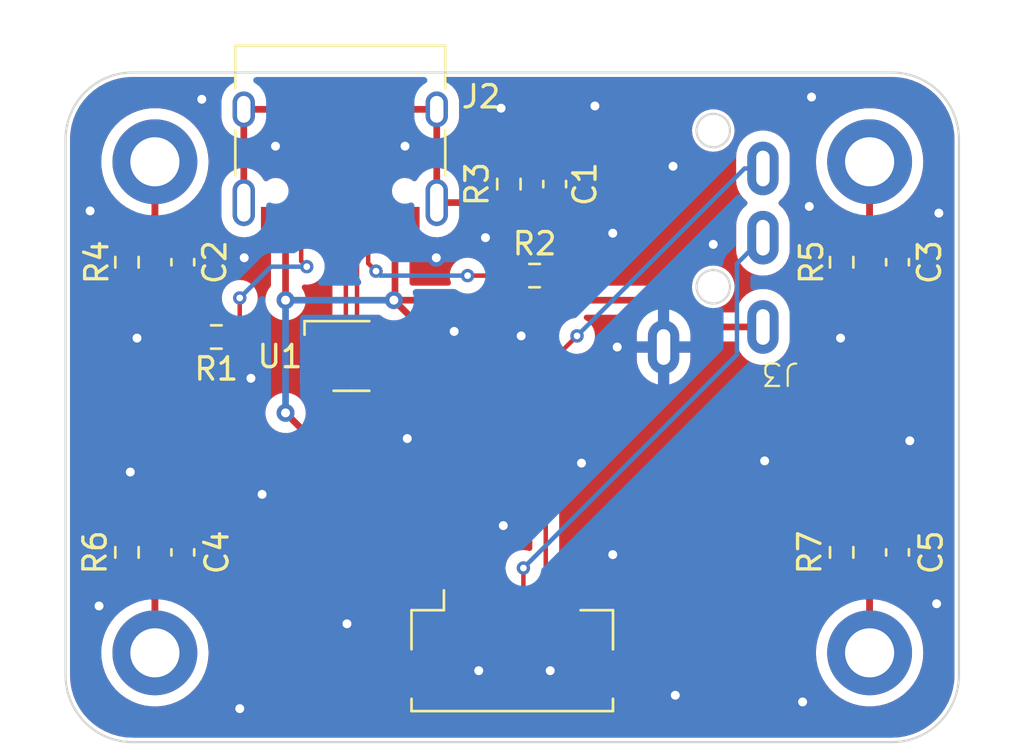
<source format=kicad_pcb>
(kicad_pcb (version 20221018) (generator pcbnew)
  (layers (0 "F.Cu" signal) (31 "B.Cu" signal) (34 "B.Paste" user) (35 "F.Paste" user) (36 "B.SilkS" user "B.Silkscreen") (37 "F.SilkS" user "F.Silkscreen") (38 "B.Mask" user) (39 "F.Mask" user) (44 "Edge.Cuts" user))
  (net 0 "")
  (net 1 "+5V")
  (net 2 "/USB_D-")
  (net 3 "/USB_D+")
  (net 4 "/SPLIT_TX")
  (net 5 "/SPLIT_RX")
  (net 6 "GND")
  (net 7 "Net-(J2-CC1)")
  (net 9 "Net-(J2-CC2)")
  (net 13 "Net-(J2-SHIELD)")
  (net 14 "Net-(C2-Pad1)")
  (net 15 "Net-(C3-Pad1)")
  (net 16 "Net-(C4-Pad1)")
  (net 17 "Net-(C5-Pad1)")
  (footprint "MountingHole:MountingHole_2.2mm_M2_DIN965_Pad_TopBottom" (layer "F.Cu") (at 104 86)
    (fp_text reference "H3" hide)
    (fp_text value "MountingHole_Pad")
    (pad "1" thru_hole circle (at 0 0) (size 2.6 2.6) (drill 2.2) (layers "*.Cu" "*.Mask") (net 16 "Net-(C4-Pad1)"))
    (pad "1" connect circle (at 0 0) (size 3.8 3.8) (layers "F.Cu" "F.Mask") (net 16 "Net-(C4-Pad1)"))
    (pad "1" connect circle (at 0 0) (size 3.8 3.8) (layers "B.Cu" "B.Mask") (net 16 "Net-(C4-Pad1)"))
  )
  (footprint "Resistor_SMD:R_0603_1608Metric" (layer "F.Cu") (at 119.85 65 90)
    (fp_text reference "R3" (at 0 -1.43 90) (layer "F.SilkS"))
    (fp_text value "330")
    (fp_line (start -0.237258 -0.5225) (end 0.237258 -0.5225) (stroke (width 0.12)) (layer "F.SilkS"))
    (fp_line (start -0.237258 0.5225) (end 0.237258 0.5225) (stroke (width 0.12)) (layer "F.SilkS"))
    (pad "1" smd roundrect (at -0.825 0 90) (size 0.8 0.95) (layers "F.Cu" "F.Paste" "F.Mask") (net 13 "Net-(J2-SHIELD)"))
    (pad "2" smd roundrect (at 0.825 0 90) (size 0.8 0.95) (layers "F.Cu" "F.Paste" "F.Mask") (net 6 "GND"))
  )
  (footprint "Resistor_SMD:R_0603_1608Metric" (layer "F.Cu") (at 102.75 81.5 90)
    (fp_text reference "R6" (at 0 -1.43 90) (layer "F.SilkS"))
    (fp_text value "330")
    (fp_line (start -0.237258 -0.5225) (end 0.237258 -0.5225) (stroke (width 0.12)) (layer "F.SilkS"))
    (fp_line (start -0.237258 0.5225) (end 0.237258 0.5225) (stroke (width 0.12)) (layer "F.SilkS"))
    (pad "1" smd roundrect (at -0.825 0 90) (size 0.8 0.95) (layers "F.Cu" "F.Paste" "F.Mask") (net 16 "Net-(C4-Pad1)"))
    (pad "2" smd roundrect (at 0.825 0 90) (size 0.8 0.95) (layers "F.Cu" "F.Paste" "F.Mask") (net 6 "GND"))
  )
  (footprint "Connector_USB:USB_C_Receptacle_HRO_TYPE-C-31-M-12" (layer "F.Cu") (at 112.3 62.7 180)
    (fp_text reference "J2" (at -6.3 1.615) (layer "F.SilkS"))
    (fp_text value "USB_C_Receptacle_USB2.0_16P")
    (fp_line (start -4.7 -1.9) (end -4.7 0.1) (stroke (width 0.12)) (layer "F.SilkS"))
    (fp_line (start -4.7 2) (end -4.7 3.9) (stroke (width 0.12)) (layer "F.SilkS"))
    (fp_line (start -4.7 3.9) (end 4.7 3.9) (stroke (width 0.12)) (layer "F.SilkS"))
    (fp_line (start 4.7 -1.9) (end 4.7 0.1) (stroke (width 0.12)) (layer "F.SilkS"))
    (fp_line (start 4.7 2) (end 4.7 3.9) (stroke (width 0.12)) (layer "F.SilkS"))
    (pad "" np_thru_hole circle (at -2.89 -2.6 180) (size 0.65 0.65) (drill 0.65) (layers "*.Cu" "*.Mask"))
    (pad "" np_thru_hole circle (at 2.89 -2.6 180) (size 0.65 0.65) (drill 0.65) (layers "*.Cu" "*.Mask"))
    (pad "A1" smd rect (at -3.25 -4.045 180) (size 0.6 1.45) (layers "F.Cu" "F.Paste" "F.Mask") (net 6 "GND"))
    (pad "A4" smd rect (at -2.45 -4.045 180) (size 0.6 1.45) (layers "F.Cu" "F.Paste" "F.Mask") (net 1 "+5V"))
    (pad "A5" smd rect (at -1.25 -4.045 180) (size 0.3 1.45) (layers "F.Cu" "F.Paste" "F.Mask") (net 7 "Net-(J2-CC1)"))
    (pad "A6" smd rect (at -0.25 -4.045 180) (size 0.3 1.45) (layers "F.Cu" "F.Paste" "F.Mask") (net 3 "/USB_D+"))
    (pad "A7" smd rect (at 0.25 -4.045 180) (size 0.3 1.45) (layers "F.Cu" "F.Paste" "F.Mask") (net 2 "/USB_D-"))
    (pad "A8" smd rect (at 1.25 -4.045 180) (size 0.3 1.45) (layers "F.Cu" "F.Paste" "F.Mask"))
    (pad "A9" smd rect (at 2.45 -4.045 180) (size 0.6 1.45) (layers "F.Cu" "F.Paste" "F.Mask") (net 1 "+5V"))
    (pad "A12" smd rect (at 3.25 -4.045 180) (size 0.6 1.45) (layers "F.Cu" "F.Paste" "F.Mask") (net 6 "GND"))
    (pad "B1" smd rect (at 3.25 -4.045 180) (size 0.6 1.45) (layers "F.Cu" "F.Paste" "F.Mask") (net 6 "GND"))
    (pad "B4" smd rect (at 2.45 -4.045 180) (size 0.6 1.45) (layers "F.Cu" "F.Paste" "F.Mask") (net 1 "+5V"))
    (pad "B5" smd rect (at 1.75 -4.045 180) (size 0.3 1.45) (layers "F.Cu" "F.Paste" "F.Mask") (net 9 "Net-(J2-CC2)"))
    (pad "B6" smd rect (at 0.75 -4.045 180) (size 0.3 1.45) (layers "F.Cu" "F.Paste" "F.Mask") (net 3 "/USB_D+"))
    (pad "B7" smd rect (at -0.75 -4.045 180) (size 0.3 1.45) (layers "F.Cu" "F.Paste" "F.Mask") (net 2 "/USB_D-"))
    (pad "B8" smd rect (at -1.75 -4.045 180) (size 0.3 1.45) (layers "F.Cu" "F.Paste" "F.Mask"))
    (pad "B9" smd rect (at -2.45 -4.045 180) (size 0.6 1.45) (layers "F.Cu" "F.Paste" "F.Mask") (net 1 "+5V"))
    (pad "B12" smd rect (at -3.25 -4.045 180) (size 0.6 1.45) (layers "F.Cu" "F.Paste" "F.Mask") (net 6 "GND"))
    (pad "S1" thru_hole oval (at -4.32 -3.13 180) (size 1 2.1) (drill oval 0.6 1.7) (layers "*.Cu" "*.Mask") (net 13 "Net-(J2-SHIELD)"))
    (pad "S1" thru_hole oval (at -4.32 1.05 180) (size 1 1.6) (drill oval 0.6 1.2) (layers "*.Cu" "*.Mask") (net 13 "Net-(J2-SHIELD)"))
    (pad "S1" thru_hole oval (at 4.32 -3.13 180) (size 1 2.1) (drill oval 0.6 1.7) (layers "*.Cu" "*.Mask") (net 13 "Net-(J2-SHIELD)"))
    (pad "S1" thru_hole oval (at 4.32 1.05 180) (size 1 1.6) (drill oval 0.6 1.2) (layers "*.Cu" "*.Mask") (net 13 "Net-(J2-SHIELD)"))
  )
  (footprint "MountingHole:MountingHole_2.2mm_M2_DIN965_Pad_TopBottom" (layer "F.Cu") (at 136 64)
    (fp_text reference "H2" hide)
    (fp_text value "MountingHole_Pad")
    (pad "1" thru_hole circle (at 0 0) (size 2.6 2.6) (drill 2.2) (layers "*.Cu" "*.Mask") (net 15 "Net-(C3-Pad1)"))
    (pad "1" connect circle (at 0 0) (size 3.8 3.8) (layers "F.Cu" "F.Mask") (net 15 "Net-(C3-Pad1)"))
    (pad "1" connect circle (at 0 0) (size 3.8 3.8) (layers "B.Cu" "B.Mask") (net 15 "Net-(C3-Pad1)"))
  )
  (footprint "PCM_marbastlib-various:SOT-23-6-routable" (layer "F.Cu") (at 112.8 72.7)
    (fp_text reference "U1" (at -3.2 0.025) (layer "F.SilkS"))
    (fp_text value "SRV05-4" hide)
    (fp_line (start -2.1 -1.56) (end 0.8 -1.56) (stroke (width 0.12)) (layer "F.SilkS"))
    (fp_line (start -2.1 -0.95) (end -2.1 -1.56) (stroke (width 0.12)) (layer "F.SilkS"))
    (fp_line (start 0 1.56) (end -0.8 1.56) (stroke (width 0.12)) (layer "F.SilkS"))
    (fp_line (start 0 1.56) (end 0.8 1.56) (stroke (width 0.12)) (layer "F.SilkS"))
    (pad "1" smd roundrect (at -1.175 -0.95) (size 1.25 0.6) (layers "F.Cu" "F.Paste" "F.Mask") (net 3 "/USB_D+"))
    (pad "2" smd roundrect (at -1.175 0) (size 1.25 0.6) (layers "F.Cu" "F.Paste" "F.Mask") (net 6 "GND"))
    (pad "3" smd roundrect (at -1.175 0.95) (size 1.25 0.6) (layers "F.Cu" "F.Paste" "F.Mask"))
    (pad "4" smd roundrect (at 1.175 0.95) (size 1.25 0.6) (layers "F.Cu" "F.Paste" "F.Mask"))
    (pad "5" smd roundrect (at 1.175 0) (size 1.25 0.6) (layers "F.Cu" "F.Paste" "F.Mask") (net 1 "+5V"))
    (pad "6" smd roundrect (at 1.175 -0.95) (size 1.25 0.6) (layers "F.Cu" "F.Paste" "F.Mask") (net 2 "/USB_D-"))
  )
  (footprint "Resistor_SMD:R_0603_1608Metric" (layer "F.Cu") (at 134.75 68.5 -90)
    (fp_text reference "R5" (at 0 1.35 90) (layer "F.SilkS"))
    (fp_text value "330")
    (fp_line (start -0.237258 -0.5225) (end 0.237258 -0.5225) (stroke (width 0.12)) (layer "F.SilkS"))
    (fp_line (start -0.237258 0.5225) (end 0.237258 0.5225) (stroke (width 0.12)) (layer "F.SilkS"))
    (pad "1" smd roundrect (at -0.825 0 270) (size 0.8 0.95) (layers "F.Cu" "F.Paste" "F.Mask") (net 15 "Net-(C3-Pad1)"))
    (pad "2" smd roundrect (at 0.825 0 270) (size 0.8 0.95) (layers "F.Cu" "F.Paste" "F.Mask") (net 6 "GND"))
  )
  (footprint "Resistor_SMD:R_0603_1608Metric" (layer "F.Cu") (at 134.75 81.5 90)
    (fp_text reference "R7" (at 0 -1.43 90) (layer "F.SilkS"))
    (fp_text value "330")
    (fp_line (start -0.237258 -0.5225) (end 0.237258 -0.5225) (stroke (width 0.12)) (layer "F.SilkS"))
    (fp_line (start -0.237258 0.5225) (end 0.237258 0.5225) (stroke (width 0.12)) (layer "F.SilkS"))
    (pad "1" smd roundrect (at -0.825 0 90) (size 0.8 0.95) (layers "F.Cu" "F.Paste" "F.Mask") (net 17 "Net-(C5-Pad1)"))
    (pad "2" smd roundrect (at 0.825 0 90) (size 0.8 0.95) (layers "F.Cu" "F.Paste" "F.Mask") (net 6 "GND"))
  )
  (footprint "Resistor_SMD:R_0603_1608Metric" (layer "F.Cu") (at 106.75 71.85 180)
    (fp_text reference "R1" (at 0 -1.43) (layer "F.SilkS"))
    (fp_text value "5.1k")
    (fp_line (start -0.237258 -0.5225) (end 0.237258 -0.5225) (stroke (width 0.12)) (layer "F.SilkS"))
    (fp_line (start -0.237258 0.5225) (end 0.237258 0.5225) (stroke (width 0.12)) (layer "F.SilkS"))
    (pad "1" smd roundrect (at -0.825 0 180) (size 0.8 0.95) (layers "F.Cu" "F.Paste" "F.Mask") (net 9 "Net-(J2-CC2)"))
    (pad "2" smd roundrect (at 0.825 0 180) (size 0.8 0.95) (layers "F.Cu" "F.Paste" "F.Mask") (net 6 "GND"))
  )
  (footprint "Resistor_SMD:R_0603_1608Metric" (layer "F.Cu") (at 121 69.1)
    (fp_text reference "R2" (at 0 -1.43) (layer "F.SilkS"))
    (fp_text value "5.1k")
    (fp_line (start -0.237258 -0.5225) (end 0.237258 -0.5225) (stroke (width 0.12)) (layer "F.SilkS"))
    (fp_line (start -0.237258 0.5225) (end 0.237258 0.5225) (stroke (width 0.12)) (layer "F.SilkS"))
    (pad "1" smd roundrect (at -0.825 0) (size 0.8 0.95) (layers "F.Cu" "F.Paste" "F.Mask") (net 7 "Net-(J2-CC1)"))
    (pad "2" smd roundrect (at 0.825 0) (size 0.8 0.95) (layers "F.Cu" "F.Paste" "F.Mask") (net 6 "GND"))
  )
  (footprint "lib-zegonix:TRRS_Receptable" (layer "F.Cu") (at 129 67 180)
    (fp_text reference "J3" (at -3 -6.5 180 unlocked) (layer "F.SilkS") (effects (font (thickness 0.1))))
    (fp_text value "PJ-320A")
    (fp_circle (center 0 -2.6) (end 0.75 -2.6) (stroke (width 0.1)) (fill none) (layer "Edge.Cuts"))
    (fp_circle (center 0 4.4) (end 0.75 4.4) (stroke (width 0.1)) (fill none) (layer "Edge.Cuts"))
    (pad "R1" thru_hole oval (at -2.225 -0.4 180) (size 1.4 2.4) (drill oval 0.6 1.6) (layers "*.Cu" "*.Mask") (net 4 "/SPLIT_TX"))
    (pad "R2" thru_hole oval (at -2.225 2.7 180) (size 1.4 2.4) (drill oval 0.6 1.6) (layers "*.Cu" "*.Mask") (net 5 "/SPLIT_RX"))
    (pad "S" thru_hole oval (at 2.225 -5.3 180) (size 1.4 2.4) (drill oval 0.6 1.6) (layers "*.Cu" "*.Mask") (net 6 "GND"))
    (pad "T" thru_hole oval (at -2.225 -4.4 180) (size 1.4 2.4) (drill oval 0.6 1.6) (layers "*.Cu" "*.Mask") (net 1 "+5V"))
  )
  (footprint "Capacitor_SMD:C_0603_1608Metric" (layer "F.Cu") (at 137.25 81.5 90)
    (fp_text reference "C5" (at 0 1.5 90) (layer "F.SilkS"))
    (fp_text value "100n")
    (fp_line (start -0.14058 -0.51) (end 0.14058 -0.51) (stroke (width 0.12)) (layer "F.SilkS"))
    (fp_line (start -0.14058 0.51) (end 0.14058 0.51) (stroke (width 0.12)) (layer "F.SilkS"))
    (pad "1" smd roundrect (at -0.775 0 90) (size 0.9 0.95) (layers "F.Cu" "F.Paste" "F.Mask") (net 17 "Net-(C5-Pad1)"))
    (pad "2" smd roundrect (at 0.775 0 90) (size 0.9 0.95) (layers "F.Cu" "F.Paste" "F.Mask") (net 6 "GND"))
  )
  (footprint "Capacitor_SMD:C_0603_1608Metric" (layer "F.Cu") (at 105.25 81.5 90)
    (fp_text reference "C4" (at 0 1.525 90) (layer "F.SilkS"))
    (fp_text value "100n")
    (fp_line (start -0.14058 -0.51) (end 0.14058 -0.51) (stroke (width 0.12)) (layer "F.SilkS"))
    (fp_line (start -0.14058 0.51) (end 0.14058 0.51) (stroke (width 0.12)) (layer "F.SilkS"))
    (pad "1" smd roundrect (at -0.775 0 90) (size 0.9 0.95) (layers "F.Cu" "F.Paste" "F.Mask") (net 16 "Net-(C4-Pad1)"))
    (pad "2" smd roundrect (at 0.775 0 90) (size 0.9 0.95) (layers "F.Cu" "F.Paste" "F.Mask") (net 6 "GND"))
  )
  (footprint "Resistor_SMD:R_0603_1608Metric" (layer "F.Cu") (at 102.75 68.5 -90)
    (fp_text reference "R4" (at 0 1.35 90) (layer "F.SilkS"))
    (fp_text value "330")
    (fp_line (start -0.237258 -0.5225) (end 0.237258 -0.5225) (stroke (width 0.12)) (layer "F.SilkS"))
    (fp_line (start -0.237258 0.5225) (end 0.237258 0.5225) (stroke (width 0.12)) (layer "F.SilkS"))
    (pad "1" smd roundrect (at -0.825 0 270) (size 0.8 0.95) (layers "F.Cu" "F.Paste" "F.Mask") (net 14 "Net-(C2-Pad1)"))
    (pad "2" smd roundrect (at 0.825 0 270) (size 0.8 0.95) (layers "F.Cu" "F.Paste" "F.Mask") (net 6 "GND"))
  )
  (footprint "MountingHole:MountingHole_2.2mm_M2_DIN965_Pad_TopBottom" (layer "F.Cu") (at 104 64)
    (fp_text reference "H1" hide)
    (fp_text value "MountingHole_Pad")
    (pad "1" thru_hole circle (at 0 0) (size 2.6 2.6) (drill 2.2) (layers "*.Cu" "*.Mask") (net 14 "Net-(C2-Pad1)"))
    (pad "1" connect circle (at 0 0) (size 3.8 3.8) (layers "F.Cu" "F.Mask") (net 14 "Net-(C2-Pad1)"))
    (pad "1" connect circle (at 0 0) (size 3.8 3.8) (layers "B.Cu" "B.Mask") (net 14 "Net-(C2-Pad1)"))
  )
  (footprint "Capacitor_SMD:C_0603_1608Metric" (layer "F.Cu") (at 105.25 68.5 -90)
    (fp_text reference "C2" (at 0 -1.43 90) (layer "F.SilkS"))
    (fp_text value "100n")
    (fp_line (start -0.14058 -0.51) (end 0.14058 -0.51) (stroke (width 0.12)) (layer "F.SilkS"))
    (fp_line (start -0.14058 0.51) (end 0.14058 0.51) (stroke (width 0.12)) (layer "F.SilkS"))
    (pad "1" smd roundrect (at -0.775 0 270) (size 0.9 0.95) (layers "F.Cu" "F.Paste" "F.Mask") (net 14 "Net-(C2-Pad1)"))
    (pad "2" smd roundrect (at 0.775 0 270) (size 0.9 0.95) (layers "F.Cu" "F.Paste" "F.Mask") (net 6 "GND"))
  )
  (footprint "MountingHole:MountingHole_2.2mm_M2_DIN965_Pad_TopBottom" (layer "F.Cu") (at 136 86)
    (fp_text reference "H4" hide)
    (fp_text value "MountingHole_Pad")
    (pad "1" thru_hole circle (at 0 0) (size 2.6 2.6) (drill 2.2) (layers "*.Cu" "*.Mask") (net 17 "Net-(C5-Pad1)"))
    (pad "1" connect circle (at 0 0) (size 3.8 3.8) (layers "F.Cu" "F.Mask") (net 17 "Net-(C5-Pad1)"))
    (pad "1" connect circle (at 0 0) (size 3.8 3.8) (layers "B.Cu" "B.Mask") (net 17 "Net-(C5-Pad1)"))
  )
  (footprint "Capacitor_SMD:C_0603_1608Metric" (layer "F.Cu") (at 121.9 65 90)
    (fp_text reference "C1" (at 0 1.35 90) (layer "F.SilkS"))
    (fp_text value "100n")
    (fp_line (start -0.14058 -0.51) (end 0.14058 -0.51) (stroke (width 0.12)) (layer "F.SilkS"))
    (fp_line (start -0.14058 0.51) (end 0.14058 0.51) (stroke (width 0.12)) (layer "F.SilkS"))
    (pad "1" smd roundrect (at -0.775 0 90) (size 0.9 0.95) (layers "F.Cu" "F.Paste" "F.Mask") (net 13 "Net-(J2-SHIELD)"))
    (pad "2" smd roundrect (at 0.775 0 90) (size 0.9 0.95) (layers "F.Cu" "F.Paste" "F.Mask") (net 6 "GND"))
  )
  (footprint "Connector_JST:JST_SHL_SM06B-SHLS-TF_1x06-1MP_P1.00mm_Horizontal" (layer "F.Cu") (at 120 85.5)
    (fp_text reference "J1" hide)
    (fp_text value "Conn_01x06_MountingPin")
    (fp_line (start -4.51 -1.41) (end -3.06 -1.41) (stroke (width 0.12)) (layer "F.SilkS"))
    (fp_line (start -4.51 0.34) (end -4.51 -1.41) (stroke (width 0.12)) (layer "F.SilkS"))
    (fp_line (start -4.51 2.56) (end -4.51 3.11) (stroke (width 0.12)) (layer "F.SilkS"))
    (fp_line (start -4.51 3.11) (end 4.51 3.11) (stroke (width 0.12)) (layer "F.SilkS"))
    (fp_line (start -3.06 -1.41) (end -3.06 -2.3) (stroke (width 0.12)) (layer "F.SilkS"))
    (fp_line (start 4.51 -1.41) (end 3.06 -1.41) (stroke (width 0.12)) (layer "F.SilkS"))
    (fp_line (start 4.51 0.34) (end 4.51 -1.41) (stroke (width 0.12)) (layer "F.SilkS"))
    (fp_line (start 4.51 3.11) (end 4.51 2.56) (stroke (width 0.12)) (layer "F.SilkS"))
    (pad "1" smd roundrect (at -2.5 -1.675) (size 0.6 1.25) (layers "F.Cu" "F.Paste" "F.Mask") (net 1 "+5V"))
    (pad "2" smd roundrect (at -1.5 -1.675) (size 0.6 1.25) (layers "F.Cu" "F.Paste" "F.Mask") (net 3 "/USB_D+"))
    (pad "3" smd roundrect (at -0.5 -1.675) (size 0.6 1.25) (layers "F.Cu" "F.Paste" "F.Mask") (net 2 "/USB_D-"))
    (pad "4" smd roundrect (at 0.5 -1.675) (size 0.6 1.25) (layers "F.Cu" "F.Paste" "F.Mask") (net 4 "/SPLIT_TX"))
    (pad "5" smd roundrect (at 1.5 -1.675) (size 0.6 1.25) (layers "F.Cu" "F.Paste" "F.Mask") (net 5 "/SPLIT_RX"))
    (pad "6" smd roundrect (at 2.5 -1.675) (size 0.6 1.25) (layers "F.Cu" "F.Paste" "F.Mask") (net 6 "GND"))
    (pad "MP" smd roundrect (at -3.95 1.45) (size 0.9 1.7) (layers "F.Cu" "F.Paste" "F.Mask") (net 6 "GND"))
    (pad "MP" smd roundrect (at 3.95 1.45) (size 0.9 1.7) (layers "F.Cu" "F.Paste" "F.Mask") (net 6 "GND"))
  )
  (footprint "Capacitor_SMD:C_0603_1608Metric" (layer "F.Cu") (at 137.25 68.5 -90)
    (fp_text reference "C3" (at 0 -1.43 90) (layer "F.SilkS"))
    (fp_text value "100n")
    (fp_line (start -0.14058 -0.51) (end 0.14058 -0.51) (stroke (width 0.12)) (layer "F.SilkS"))
    (fp_line (start -0.14058 0.51) (end 0.14058 0.51) (stroke (width 0.12)) (layer "F.SilkS"))
    (pad "1" smd roundrect (at -0.775 0 270) (size 0.9 0.95) (layers "F.Cu" "F.Paste" "F.Mask") (net 15 "Net-(C3-Pad1)"))
    (pad "2" smd roundrect (at 0.775 0 270) (size 0.9 0.95) (layers "F.Cu" "F.Paste" "F.Mask") (net 6 "GND"))
  )
  (gr_line (start 137 90) (end 103 90) (stroke (width 0.1)) (layer "Edge.Cuts"))
  (gr_line (start 103 60) (end 137 60) (stroke (width 0.1)) (layer "Edge.Cuts"))
  (gr_arc (start 140 87) (mid 139.12132 89.12132) (end 137 90) (stroke (width 0.1)) (layer "Edge.Cuts"))
  (gr_arc (start 100 63) (mid 100.87868 60.87868) (end 103 60) (stroke (width 0.1)) (layer "Edge.Cuts"))
  (gr_line (start 140 63) (end 140 87) (stroke (width 0.1)) (layer "Edge.Cuts"))
  (gr_arc (start 103 90) (mid 100.87868 89.12132) (end 100 87) (stroke (width 0.1)) (layer "Edge.Cuts"))
  (gr_line (start 100 87) (end 100 63) (stroke (width 0.1)) (layer "Edge.Cuts"))
  (gr_arc (start 137 60) (mid 139.12132 60.87868) (end 140 63) (stroke (width 0.1)) (layer "Edge.Cuts"))
  (segment (start 114.7 70.2) (end 115.5 71) (width 0.3) (layer "F.Cu") (net 1))
  (segment (start 128.6 71.4) (end 131.225 71.4) (width 0.3) (layer "F.Cu") (net 1))
  (segment (start 127.4 70.2) (end 128.6 71.4) (width 0.3) (layer "F.Cu") (net 1))
  (segment (start 115.5 72) (end 114.8 72.7) (width 0.3) (layer "F.Cu") (net 1))
  (segment (start 117.5 82.9) (end 117.5 83.825) (width 0.3) (layer "F.Cu") (net 1))
  (segment (start 114.75 70.15) (end 114.75 66.745) (width 0.3) (layer "F.Cu") (net 1))
  (segment (start 114.7 70.2) (end 127.4 70.2) (width 0.3) (layer "F.Cu") (net 1))
  (segment (start 114.8 72.7) (end 113.975 72.7) (width 0.3) (layer "F.Cu") (net 1))
  (segment (start 109.85 70.2) (end 109.85 66.745) (width 0.3) (layer "F.Cu") (net 1))
  (segment (start 109.85 75.25) (end 117.5 82.9) (width 0.3) (layer "F.Cu") (net 1))
  (segment (start 114.7 70.2) (end 114.75 70.15) (width 0.3) (layer "F.Cu") (net 1))
  (segment (start 115.5 71) (end 115.5 72) (width 0.3) (layer "F.Cu") (net 1))
  (via (at 114.7 70.2) (size 0.8) (drill 0.4) (layers "F.Cu" "B.Cu") (net 1))
  (via (at 109.85 70.2) (size 0.8) (drill 0.4) (layers "F.Cu" "B.Cu") (net 1))
  (via (at 109.85 75.25) (size 0.8) (drill 0.4) (layers "F.Cu" "B.Cu") (net 1))
  (segment (start 109.85 75.25) (end 109.85 70.2) (width 0.3) (layer "B.Cu") (net 1))
  (segment (start 109.85 70.2) (end 114.7 70.2) (width 0.3) (layer "B.Cu") (net 1))
  (segment (start 113.05 65.75) (end 112.8 65.5) (width 0.2) (layer "F.Cu") (net 2))
  (segment (start 113.05 66.745) (end 113.05 65.75) (width 0.2) (layer "F.Cu") (net 2))
  (segment (start 113 72.4) (end 113 77.059448) (width 0.2) (layer "F.Cu") (net 2))
  (segment (start 113.65 71.75) (end 113 72.4) (width 0.2) (layer "F.Cu") (net 2))
  (segment (start 113 77.059448) (end 119.5 83.559448) (width 0.2) (layer "F.Cu") (net 2))
  (segment (start 113.975 71.75) (end 113.65 71.75) (width 0.2) (layer "F.Cu") (net 2))
  (segment (start 112.3 65.5) (end 112.05 65.75) (width 0.2) (layer "F.Cu") (net 2))
  (segment (start 113.05 71.15) (end 113.65 71.75) (width 0.2) (layer "F.Cu") (net 2))
  (segment (start 112.8 65.5) (end 112.3 65.5) (width 0.2) (layer "F.Cu") (net 2))
  (segment (start 112.05 65.75) (end 112.05 66.745) (width 0.2) (layer "F.Cu") (net 2))
  (segment (start 119.5 83.559448) (end 119.5 83.825) (width 0.2) (layer "F.Cu") (net 2))
  (segment (start 113.05 66.745) (end 113.05 71.15) (width 0.2) (layer "F.Cu") (net 2))
  (segment (start 112.37 67.92) (end 112.55 68.1) (width 0.2) (layer "F.Cu") (net 3))
  (segment (start 111.95 71.75) (end 112.55 71.15) (width 0.2) (layer "F.Cu") (net 3))
  (segment (start 112.55 68.1) (end 112.55 66.745) (width 0.2) (layer "F.Cu") (net 3))
  (segment (start 112.6 72.409448) (end 112.6 77.225134) (width 0.2) (layer "F.Cu") (net 3))
  (segment (start 112.6 77.225134) (end 118.5 83.125134) (width 0.2) (layer "F.Cu") (net 3))
  (segment (start 112.37 67.9) (end 112.55 67.72) (width 0.2) (layer "F.Cu") (net 3))
  (segment (start 111.940552 71.75) (end 112.6 72.409448) (width 0.2) (layer "F.Cu") (net 3))
  (segment (start 111.625 71.75) (end 111.940552 71.75) (width 0.2) (layer "F.Cu") (net 3))
  (segment (start 112.55 67.72) (end 112.55 66.745) (width 0.2) (layer "F.Cu") (net 3))
  (segment (start 111.55 66.745) (end 111.55 67.72) (width 0.2) (layer "F.Cu") (net 3))
  (segment (start 112.37 67.9) (end 112.37 67.92) (width 0.2) (layer "F.Cu") (net 3))
  (segment (start 112.55 71.15) (end 112.55 68.1) (width 0.2) (layer "F.Cu") (net 3))
  (segment (start 111.625 71.75) (end 111.95 71.75) (width 0.2) (layer "F.Cu") (net 3))
  (segment (start 111.55 67.72) (end 111.73 67.9) (width 0.2) (layer "F.Cu") (net 3))
  (segment (start 118.5 83.125134) (end 118.5 83.825) (width 0.2) (layer "F.Cu") (net 3))
  (segment (start 111.73 67.9) (end 112.37 67.9) (width 0.2) (layer "F.Cu") (net 3))
  (segment (start 120.5 83.825) (end 120.5 82.2) (width 0.2) (layer "F.Cu") (net 4))
  (via (at 120.5 82.2) (size 0.6) (drill 0.3) (layers "F.Cu" "B.Cu") (net 4))
  (segment (start 130.05963 72.64037) (end 130.05963 68.56537) (width 0.2) (layer "B.Cu") (net 4))
  (segment (start 120.5 82.2) (end 130.05963 72.64037) (width 0.2) (layer "B.Cu") (net 4))
  (segment (start 130.05963 68.56537) (end 131.225 67.4) (width 0.2) (layer "B.Cu") (net 4))
  (segment (start 121.5 83.825) (end 121.5 73.2) (width 0.2) (layer "F.Cu") (net 5))
  (segment (start 121.5 73.2) (end 122.9 71.8) (width 0.2) (layer "F.Cu") (net 5))
  (via (at 122.9 71.8) (size 0.6) (drill 0.3) (layers "F.Cu" "B.Cu") (net 5))
  (segment (start 130.4 64.3) (end 131.225 64.3) (width 0.2) (layer "B.Cu") (net 5))
  (segment (start 122.9 71.8) (end 130.4 64.3) (width 0.2) (layer "B.Cu") (net 5))
  (segment (start 109.05 66.745) (end 109.05 67.25) (width 0.3) (layer "F.Cu") (net 6))
  (segment (start 116.6 68.3) (end 115.55 67.25) (width 0.3) (layer "F.Cu") (net 6))
  (segment (start 115.55 67.25) (end 115.55 66.745) (width 0.3) (layer "F.Cu") (net 6))
  (segment (start 109.05 67.25) (end 108 68.3) (width 0.3) (layer "F.Cu") (net 6))
  (via (at 118.8 67.4) (size 0.8) (drill 0.4) (layers "F.Cu" "B.Cu") (net 6))
  (via (at 127.3 87.9) (size 0.8) (drill 0.4) (layers "F.Cu" "B.Cu") (net 6))
  (via (at 134.7 71.9) (size 0.8) (drill 0.4) (layers "F.Cu" "B.Cu") (net 6))
  (via (at 106.1 61.2) (size 0.8) (drill 0.4) (layers "F.Cu" "B.Cu") (net 6))
  (via (at 120.4 71.8) (size 0.8) (drill 0.4) (layers "F.Cu" "B.Cu") (net 6))
  (via (at 123.1 77.5) (size 0.8) (drill 0.4) (layers "F.Cu" "B.Cu") (net 6))
  (via (at 118.5 86.8) (size 0.8) (drill 0.4) (layers "F.Cu" "B.Cu") (net 6))
  (via (at 112.6 84.7) (size 0.8) (drill 0.4) (layers "F.Cu" "B.Cu") (net 6))
  (via (at 108.3 73.7) (size 0.8) (drill 0.4) (layers "F.Cu" "B.Cu") (net 6))
  (via (at 115.2 63.3) (size 0.8) (drill 0.4) (layers "F.Cu" "B.Cu") (net 6))
  (via (at 107.8 88.5) (size 0.8) (drill 0.4) (layers "F.Cu" "B.Cu") (net 6))
  (via (at 103.2 71.9) (size 0.8) (drill 0.4) (layers "F.Cu" "B.Cu") (net 6))
  (via (at 117.4 71.6) (size 0.8) (drill 0.4) (layers "F.Cu" "B.Cu") (net 6))
  (via (at 124.5 81.6) (size 0.8) (drill 0.4) (layers "F.Cu" "B.Cu") (net 6))
  (via (at 109.4 63.3) (size 0.8) (drill 0.4) (layers "F.Cu" "B.Cu") (net 6))
  (via (at 133.4 61.1) (size 0.8) (drill 0.4) (layers "F.Cu" "B.Cu") (net 6))
  (via (at 133.3 66) (size 0.8) (drill 0.4) (layers "F.Cu" "B.Cu") (net 6))
  (via (at 139.1 66.3) (size 0.8) (drill 0.4) (layers "F.Cu" "B.Cu") (net 6))
  (via (at 108.8 78.9) (size 0.8) (drill 0.4) (layers "F.Cu" "B.Cu") (net 6))
  (via (at 139 83.8) (size 0.8) (drill 0.4) (layers "F.Cu" "B.Cu") (net 6))
  (via (at 131.3 77.4) (size 0.8) (drill 0.4) (layers "F.Cu" "B.Cu") (net 6))
  (via (at 108 68.3) (size 0.8) (drill 0.4) (layers "F.Cu" "B.Cu") (net 6))
  (via (at 129 67.7) (size 0.8) (drill 0.4) (layers "F.Cu" "B.Cu") (net 6))
  (via (at 116.6 68.3) (size 0.8) (drill 0.4) (layers "F.Cu" "B.Cu") (net 6))
  (via (at 124.7 72.3) (size 0.8) (drill 0.4) (layers "F.Cu" "B.Cu") (net 6))
  (via (at 102.9 77.9) (size 0.8) (drill 0.4) (layers "F.Cu" "B.Cu") (net 6))
  (via (at 119.5 61.6) (size 0.8) (drill 0.4) (layers "F.Cu" "B.Cu") (net 6))
  (via (at 115.3 76.4) (size 0.8) (drill 0.4) (layers "F.Cu" "B.Cu") (net 6))
  (via (at 137.8 76.5) (size 0.8) (drill 0.4) (layers "F.Cu" "B.Cu") (net 6))
  (via (at 119.6 80.3) (size 0.8) (drill 0.4) (layers "F.Cu" "B.Cu") (net 6))
  (via (at 121.7 86.8) (size 0.8) (drill 0.4) (layers "F.Cu" "B.Cu") (net 6))
  (via (at 101.1 66.2) (size 0.8) (drill 0.4) (layers "F.Cu" "B.Cu") (net 6))
  (via (at 133 88.2) (size 0.8) (drill 0.4) (layers "F.Cu" "B.Cu") (net 6))
  (via (at 124.5 67.2) (size 0.8) (drill 0.4) (layers "F.Cu" "B.Cu") (net 6))
  (via (at 127.2 64.2) (size 0.8) (drill 0.4) (layers "F.Cu" "B.Cu") (net 6))
  (via (at 101.5 83.9) (size 0.8) (drill 0.4) (layers "F.Cu" "B.Cu") (net 6))
  (via (at 123.7 61.5) (size 0.8) (drill 0.4) (layers "F.Cu" "B.Cu") (net 6))
  (segment (start 118 69.1) (end 120.175 69.1) (width 0.2) (layer "F.Cu") (net 7))
  (segment (start 113.55 66.745) (end 113.55 68.55) (width 0.2) (layer "F.Cu") (net 7))
  (segment (start 113.55 68.55) (end 113.9 68.9) (width 0.2) (layer "F.Cu") (net 7))
  (via (at 113.9 68.9) (size 0.6) (drill 0.3) (layers "F.Cu" "B.Cu") (net 7))
  (via (at 118 69.1) (size 0.6) (drill 0.3) (layers "F.Cu" "B.Cu") (net 7))
  (segment (start 118 69.1) (end 114.1 69.1) (width 0.2) (layer "B.Cu") (net 7))
  (segment (start 114.1 69.1) (end 113.9 68.9) (width 0.2) (layer "B.Cu") (net 7))
  (segment (start 110.55 68.45) (end 110.8 68.7) (width 0.2) (layer "F.Cu") (net 9))
  (segment (start 110.55 66.745) (end 110.55 68.45) (width 0.2) (layer "F.Cu") (net 9))
  (segment (start 107.8 71.625) (end 107.575 71.85) (width 0.2) (layer "F.Cu") (net 9))
  (segment (start 107.8 70.1) (end 107.8 71.625) (width 0.2) (layer "F.Cu") (net 9))
  (via (at 107.8 70.1) (size 0.6) (drill 0.3) (layers "F.Cu" "B.Cu") (net 9))
  (via (at 110.8 68.7) (size 0.6) (drill 0.3) (layers "F.Cu" "B.Cu") (net 9))
  (segment (start 110.8 68.7) (end 109.2 68.7) (width 0.2) (layer "B.Cu") (net 9))
  (segment (start 109.2 68.7) (end 107.8 70.1) (width 0.2) (layer "B.Cu") (net 9))
  (segment (start 116.62 65.83) (end 119.845 65.83) (width 0.3) (layer "F.Cu") (net 13))
  (segment (start 119.845 65.83) (end 119.85 65.825) (width 0.3) (layer "F.Cu") (net 13))
  (segment (start 107.98 61.65) (end 116.62 61.65) (width 0.3) (layer "F.Cu") (net 13))
  (segment (start 107.98 65.83) (end 107.98 61.65) (width 0.3) (layer "F.Cu") (net 13))
  (segment (start 119.85 65.825) (end 121.85 65.825) (width 0.3) (layer "F.Cu") (net 13))
  (segment (start 121.85 65.825) (end 121.9 65.775) (width 0.3) (layer "F.Cu") (net 13))
  (segment (start 116.62 61.65) (end 116.62 65.83) (width 0.3) (layer "F.Cu") (net 13))
  (segment (start 105.25 67.725) (end 104 66.475) (width 0.3) (layer "F.Cu") (net 14))
  (segment (start 104 66.475) (end 104 64) (width 0.3) (layer "F.Cu") (net 14))
  (segment (start 104 66.425) (end 104 64) (width 0.3) (layer "F.Cu") (net 14))
  (segment (start 102.75 67.675) (end 104 66.425) (width 0.3) (layer "F.Cu") (net 14))
  (segment (start 136 64) (end 136 66.425) (width 0.3) (layer "F.Cu") (net 15))
  (segment (start 136 66.425) (end 134.75 67.675) (width 0.3) (layer "F.Cu") (net 15))
  (segment (start 136 64) (end 136 66.475) (width 0.3) (layer "F.Cu") (net 15))
  (segment (start 136 66.475) (end 137.25 67.725) (width 0.3) (layer "F.Cu") (net 15))
  (segment (start 104 83.575) (end 104 86) (width 0.3) (layer "F.Cu") (net 16))
  (segment (start 105.25 82.275) (end 104 83.525) (width 0.3) (layer "F.Cu") (net 16))
  (segment (start 102.75 82.325) (end 104 83.575) (width 0.3) (layer "F.Cu") (net 16))
  (segment (start 104 83.525) (end 104 86) (width 0.3) (layer "F.Cu") (net 16))
  (segment (start 136 86) (end 136 83.575) (width 0.3) (layer "F.Cu") (net 17))
  (segment (start 136 83.575) (end 134.75 82.325) (width 0.3) (layer "F.Cu") (net 17))
  (segment (start 136 86) (end 136 83.525) (width 0.3) (layer "F.Cu") (net 17))
  (segment (start 136 83.525) (end 137.25 82.275) (width 0.3) (layer "F.Cu") (net 17))
  (zone (net 6) (net_name "GND") (layer "F.Cu") (priority 1) (connect_pads (clearance 0.5)) (min_thickness 0.25) (fill yes (thermal_gap 0.5) (thermal_bridge_width 0.5))
    (polygon (pts (xy 99.7 59.6) (xy 140.225 59.6) (xy 140.225 90.3) (xy 99.7 90.3)))
  )
  (zone (net 6) (net_name "GND") (layer "B.Cu") (connect_pads (clearance 0.5)) (min_thickness 0.3) (fill yes (thermal_gap 0.5) (thermal_bridge_width 0.5))
    (polygon (pts (xy 99.7 59.6) (xy 99.7 90.3) (xy 140.225 90.3) (xy 140.225 59.6)))
  )
)
</source>
